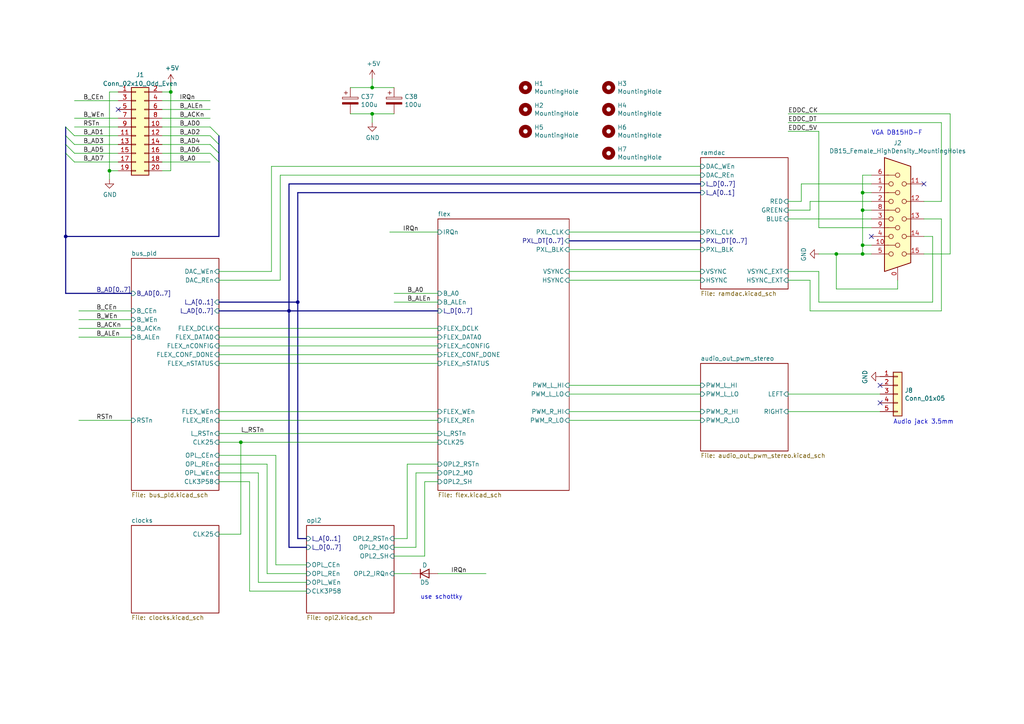
<source format=kicad_sch>
(kicad_sch (version 20211123) (generator eeschema)
  (paper "A4")
  (lib_symbols
    (symbol "Connector:DB15_Female_HighDensity_MountingHoles" (pin_names (offset 1.016) hide)
      (property "Reference" "J" (at 0 21.59 0))
      (property "Value" "DB15_Female_HighDensity_MountingHoles" (at 0 19.05 0))
      (symbol "DB15_Female_HighDensity_MountingHoles_0_1"
        (circle (center -1.905 -10.16) (radius 0.635))
        (circle (center -1.905 -5.08) (radius 0.635))
        (circle (center -1.905 0) (radius 0.635))
        (circle (center -1.905 5.08) (radius 0.635))
        (circle (center -1.905 10.16) (radius 0.635))
        (circle (center 0 -7.62) (radius 0.635))
        (circle (center 0 -2.54) (radius 0.635))
        (polyline (pts (xy -3.175 7.62) (xy -0.635 7.62)))
        (polyline (pts (xy -0.635 -7.62) (xy -3.175 -7.62)))
        (polyline (pts (xy -0.635 -2.54) (xy -3.175 -2.54)))
        (polyline (pts (xy -0.635 2.54) (xy -3.175 2.54)))
        (polyline (pts (xy -0.635 12.7) (xy -3.175 12.7)))
        (polyline (pts (xy -3.81 17.78) (xy -3.81 -15.24) (xy 3.81 -12.7) (xy 3.81 15.24) (xy -3.81 17.78)) (stroke (width 0.254)) (fill (type background)))
        (circle (center 0 2.54) (radius 0.635))
        (circle (center 0 7.62) (radius 0.635))
        (circle (center 0 12.7) (radius 0.635))
        (circle (center 1.905 -10.16) (radius 0.635))
        (circle (center 1.905 -5.08) (radius 0.635))
        (circle (center 1.905 0) (radius 0.635))
        (circle (center 1.905 5.08) (radius 0.635))
        (circle (center 1.905 10.16) (radius 0.635))
      )
      (symbol "DB15_Female_HighDensity_MountingHoles_1_1"
        (pin passive line (at 0 -17.78 90) (length 3.81) (name "~") (number "0"))
        (pin passive line (at -7.62 10.16 0) (length 5.08) (name "~") (number "1"))
        (pin passive line (at -7.62 -7.62 0) (length 5.08) (name "~") (number "10"))
        (pin passive line (at 7.62 10.16 180) (length 5.08) (name "~") (number "11"))
        (pin passive line (at 7.62 5.08 180) (length 5.08) (name "~") (number "12"))
        (pin passive line (at 7.62 0 180) (length 5.08) (name "~") (number "13"))
        (pin passive line (at 7.62 -5.08 180) (length 5.08) (name "~") (number "14"))
        (pin passive line (at 7.62 -10.16 180) (length 5.08) (name "~") (number "15"))
        (pin passive line (at -7.62 5.08 0) (length 5.08) (name "~") (number "2"))
        (pin passive line (at -7.62 0 0) (length 5.08) (name "~") (number "3"))
        (pin passive line (at -7.62 -5.08 0) (length 5.08) (name "~") (number "4"))
        (pin passive line (at -7.62 -10.16 0) (length 5.08) (name "~") (number "5"))
        (pin passive line (at -7.62 12.7 0) (length 5.08) (name "~") (number "6"))
        (pin passive line (at -7.62 7.62 0) (length 5.08) (name "~") (number "7"))
        (pin passive line (at -7.62 2.54 0) (length 5.08) (name "~") (number "8"))
        (pin passive line (at -7.62 -2.54 0) (length 5.08) (name "~") (number "9"))
      )
    )
    (symbol "Connector_Generic:Conn_01x05" (pin_names (offset 1.016) hide)
      (property "Reference" "J" (at 0 7.62 0))
      (property "Value" "Conn_01x05" (at 0 -7.62 0))
      (symbol "Conn_01x05_1_1"
        (rectangle (start -1.27 -4.953) (end 0 -5.207) (stroke (width 0.1524)))
        (rectangle (start -1.27 -2.413) (end 0 -2.667) (stroke (width 0.1524)))
        (rectangle (start -1.27 0.127) (end 0 -0.127) (stroke (width 0.1524)))
        (rectangle (start -1.27 2.667) (end 0 2.413) (stroke (width 0.1524)))
        (rectangle (start -1.27 5.207) (end 0 4.953) (stroke (width 0.1524)))
        (rectangle (start -1.27 6.35) (end 1.27 -6.35) (stroke (width 0.254)) (fill (type background)))
        (pin passive line (at -5.08 5.08 0) (length 3.81) (name "Pin_1") (number "1"))
        (pin passive line (at -5.08 2.54 0) (length 3.81) (name "Pin_2") (number "2"))
        (pin passive line (at -5.08 0 0) (length 3.81) (name "Pin_3") (number "3"))
        (pin passive line (at -5.08 -2.54 0) (length 3.81) (name "Pin_4") (number "4"))
        (pin passive line (at -5.08 -5.08 0) (length 3.81) (name "Pin_5") (number "5"))
      )
    )
    (symbol "Connector_Generic:Conn_02x10_Odd_Even" (pin_names (offset 1.016) hide)
      (property "Reference" "J" (at 1.27 12.7 0))
      (property "Value" "Conn_02x10_Odd_Even" (at 1.27 -15.24 0))
      (symbol "Conn_02x10_Odd_Even_1_1"
        (rectangle (start -1.27 -12.573) (end 0 -12.827) (stroke (width 0.1524)))
        (rectangle (start -1.27 -10.033) (end 0 -10.287) (stroke (width 0.1524)))
        (rectangle (start -1.27 -7.493) (end 0 -7.747) (stroke (width 0.1524)))
        (rectangle (start -1.27 -4.953) (end 0 -5.207) (stroke (width 0.1524)))
        (rectangle (start -1.27 -2.413) (end 0 -2.667) (stroke (width 0.1524)))
        (rectangle (start -1.27 0.127) (end 0 -0.127) (stroke (width 0.1524)))
        (rectangle (start -1.27 2.667) (end 0 2.413) (stroke (width 0.1524)))
        (rectangle (start -1.27 5.207) (end 0 4.953) (stroke (width 0.1524)))
        (rectangle (start -1.27 7.747) (end 0 7.493) (stroke (width 0.1524)))
        (rectangle (start -1.27 10.287) (end 0 10.033) (stroke (width 0.1524)))
        (rectangle (start -1.27 11.43) (end 3.81 -13.97) (stroke (width 0.254)) (fill (type background)))
        (rectangle (start 3.81 -12.573) (end 2.54 -12.827) (stroke (width 0.1524)))
        (rectangle (start 3.81 -10.033) (end 2.54 -10.287) (stroke (width 0.1524)))
        (rectangle (start 3.81 -7.493) (end 2.54 -7.747) (stroke (width 0.1524)))
        (rectangle (start 3.81 -4.953) (end 2.54 -5.207) (stroke (width 0.1524)))
        (rectangle (start 3.81 -2.413) (end 2.54 -2.667) (stroke (width 0.1524)))
        (rectangle (start 3.81 0.127) (end 2.54 -0.127) (stroke (width 0.1524)))
        (rectangle (start 3.81 2.667) (end 2.54 2.413) (stroke (width 0.1524)))
        (rectangle (start 3.81 5.207) (end 2.54 4.953) (stroke (width 0.1524)))
        (rectangle (start 3.81 7.747) (end 2.54 7.493) (stroke (width 0.1524)))
        (rectangle (start 3.81 10.287) (end 2.54 10.033) (stroke (width 0.1524)))
        (pin passive line (at -5.08 10.16 0) (length 3.81) (name "Pin_1") (number "1"))
        (pin passive line (at 7.62 0 180) (length 3.81) (name "Pin_10") (number "10"))
        (pin passive line (at -5.08 -2.54 0) (length 3.81) (name "Pin_11") (number "11"))
        (pin passive line (at 7.62 -2.54 180) (length 3.81) (name "Pin_12") (number "12"))
        (pin passive line (at -5.08 -5.08 0) (length 3.81) (name "Pin_13") (number "13"))
        (pin passive line (at 7.62 -5.08 180) (length 3.81) (name "Pin_14") (number "14"))
        (pin passive line (at -5.08 -7.62 0) (length 3.81) (name "Pin_15") (number "15"))
        (pin passive line (at 7.62 -7.62 180) (length 3.81) (name "Pin_16") (number "16"))
        (pin passive line (at -5.08 -10.16 0) (length 3.81) (name "Pin_17") (number "17"))
        (pin passive line (at 7.62 -10.16 180) (length 3.81) (name "Pin_18") (number "18"))
        (pin passive line (at -5.08 -12.7 0) (length 3.81) (name "Pin_19") (number "19"))
        (pin passive line (at 7.62 10.16 180) (length 3.81) (name "Pin_2") (number "2"))
        (pin passive line (at 7.62 -12.7 180) (length 3.81) (name "Pin_20") (number "20"))
        (pin passive line (at -5.08 7.62 0) (length 3.81) (name "Pin_3") (number "3"))
        (pin passive line (at 7.62 7.62 180) (length 3.81) (name "Pin_4") (number "4"))
        (pin passive line (at -5.08 5.08 0) (length 3.81) (name "Pin_5") (number "5"))
        (pin passive line (at 7.62 5.08 180) (length 3.81) (name "Pin_6") (number "6"))
        (pin passive line (at -5.08 2.54 0) (length 3.81) (name "Pin_7") (number "7"))
        (pin passive line (at 7.62 2.54 180) (length 3.81) (name "Pin_8") (number "8"))
        (pin passive line (at -5.08 0 0) (length 3.81) (name "Pin_9") (number "9"))
      )
    )
    (symbol "Device:CP" (pin_numbers hide) (pin_names (offset 0.254))
      (property "Reference" "C" (at 0.635 2.54 0))
      (property "Value" "Device_CP" (at 0.635 -2.54 0))
      (symbol "CP_0_1"
        (rectangle (start -2.286 0.508) (end 2.286 1.016))
        (polyline (pts (xy -1.778 2.286) (xy -0.762 2.286)))
        (polyline (pts (xy -1.27 2.794) (xy -1.27 1.778)))
        (rectangle (start 2.286 -0.508) (end -2.286 -1.016) (fill (type outline)))
      )
      (symbol "CP_1_1"
        (pin passive line (at 0 3.81 270) (length 2.794) (name "~") (number "1"))
        (pin passive line (at 0 -3.81 90) (length 2.794) (name "~") (number "2"))
      )
    )
    (symbol "Device:D" (pin_numbers hide) (pin_names (offset 1.016) hide)
      (property "Reference" "D" (at 0 2.54 0))
      (property "Value" "D" (at 0 -2.54 0))
      (symbol "D_0_1"
        (polyline (pts (xy -1.27 1.27) (xy -1.27 -1.27)) (stroke (width 0.254)))
        (polyline (pts (xy 1.27 0) (xy -1.27 0)))
        (polyline (pts (xy 1.27 1.27) (xy 1.27 -1.27) (xy -1.27 0) (xy 1.27 1.27)) (stroke (width 0.254)))
      )
      (symbol "D_1_1"
        (pin passive line (at -3.81 0 0) (length 2.54) (name "K") (number "1"))
        (pin passive line (at 3.81 0 180) (length 2.54) (name "A") (number "2"))
      )
    )
    (symbol "Mechanical:MountingHole" (pin_names (offset 1.016))
      (property "Reference" "H" (at 0 5.08 0))
      (property "Value" "MountingHole" (at 0 3.175 0))
      (symbol "MountingHole_0_1"
        (circle (center 0 0) (radius 1.27) (stroke (width 1.27)))
      )
    )
    (symbol "power:+5V" (power) (pin_names (offset 0))
      (property "Value" "+5V" (at 0 3.556 0))
      (symbol "+5V_0_1"
        (polyline (pts (xy -0.762 1.27) (xy 0 2.54)))
        (polyline (pts (xy 0 0) (xy 0 2.54)))
        (polyline (pts (xy 0 2.54) (xy 0.762 1.27)))
      )
      (symbol "+5V_1_1"
        (pin power_in line (at 0 0 90) (length 0) hide (name "+5V") (number "1"))
      )
    )
    (symbol "power:GND" (power) (pin_names (offset 0))
      (property "Value" "GND" (at 0 -3.81 0))
      (symbol "GND_0_1"
        (polyline (pts (xy 0 0) (xy 0 -1.27) (xy 1.27 -1.27) (xy 0 -2.54) (xy -1.27 -1.27) (xy 0 -1.27)))
      )
      (symbol "GND_1_1"
        (pin power_in line (at 0 0 270) (length 0) hide (name "GND") (number "1"))
      )
    )
  )
  (junction (at 86.36 87.63))
  (junction (at 250.19 73.66))
  (junction (at 83.82 90.17))
  (junction (at 49.53 26.67))
  (junction (at 107.95 25.4))
  (junction (at 31.75 49.53))
  (junction (at 250.19 55.88))
  (junction (at 242.57 73.66))
  (junction (at 19.05 68.58))
  (junction (at 69.85 128.27))
  (junction (at 250.19 71.12))
  (junction (at 250.19 60.96))
  (junction (at 107.95 33.02))
  (no_connect (at 267.97 53.34))
  (no_connect (at 255.27 116.84))
  (no_connect (at 34.29 31.75))
  (no_connect (at 255.27 111.76))
  (no_connect (at 252.73 68.58))
  (bus_entry (at 19.05 44.45) (size 2.54 2.54))
  (bus_entry (at 19.05 36.83) (size 2.54 2.54))
  (bus_entry (at 19.05 41.91) (size 2.54 2.54))
  (bus_entry (at 60.96 36.83) (size 2.54 2.54))
  (bus_entry (at 60.96 39.37) (size 2.54 2.54))
  (bus_entry (at 60.96 44.45) (size 2.54 2.54))
  (bus_entry (at 60.96 41.91) (size 2.54 2.54))
  (bus_entry (at 19.05 39.37) (size 2.54 2.54))
  (bus (pts (xy 203.2 55.88) (xy 86.36 55.88)))
  (wire (pts (xy 114.3 87.63) (xy 127 87.63)))
  (wire (pts (xy 88.9 168.91) (xy 74.93 168.91)))
  (wire (pts (xy 46.99 29.21) (xy 60.96 29.21)))
  (wire (pts (xy 114.3 166.37) (xy 119.38 166.37)))
  (wire (pts (xy 113.03 67.31) (xy 127 67.31)))
  (wire (pts (xy 234.95 60.96) (xy 234.95 58.42)))
  (wire (pts (xy 21.59 41.91) (xy 34.29 41.91)))
  (wire (pts (xy 250.19 60.96) (xy 250.19 55.88)))
  (bus (pts (xy 38.1 85.09) (xy 19.05 85.09)))
  (wire (pts (xy 234.95 90.17) (xy 273.05 90.17)))
  (wire (pts (xy 273.05 63.5) (xy 273.05 90.17)))
  (wire (pts (xy 63.5 139.7) (xy 72.39 139.7)))
  (wire (pts (xy 250.19 60.96) (xy 250.19 71.12)))
  (wire (pts (xy 228.6 58.42) (xy 232.41 58.42)))
  (bus (pts (xy 63.5 41.91) (xy 63.5 44.45)))
  (wire (pts (xy 127 119.38) (xy 63.5 119.38)))
  (wire (pts (xy 165.1 78.74) (xy 203.2 78.74)))
  (wire (pts (xy 250.19 60.96) (xy 252.73 60.96)))
  (wire (pts (xy 275.59 33.02) (xy 228.6 33.02)))
  (wire (pts (xy 63.5 100.33) (xy 127 100.33)))
  (wire (pts (xy 270.51 68.58) (xy 270.51 87.63)))
  (bus (pts (xy 19.05 68.58) (xy 19.05 85.09)))
  (wire (pts (xy 63.5 102.87) (xy 127 102.87)))
  (bus (pts (xy 203.2 53.34) (xy 83.82 53.34)))
  (wire (pts (xy 267.97 73.66) (xy 275.59 73.66)))
  (wire (pts (xy 118.11 156.21) (xy 118.11 134.62)))
  (wire (pts (xy 127 166.37) (xy 140.97 166.37)))
  (wire (pts (xy 237.49 78.74) (xy 228.6 78.74)))
  (wire (pts (xy 46.99 46.99) (xy 60.96 46.99)))
  (wire (pts (xy 63.5 97.79) (xy 127 97.79)))
  (wire (pts (xy 107.95 22.86) (xy 107.95 25.4)))
  (bus (pts (xy 19.05 41.91) (xy 19.05 44.45)))
  (wire (pts (xy 120.65 158.75) (xy 120.65 137.16)))
  (wire (pts (xy 228.6 114.3) (xy 255.27 114.3)))
  (wire (pts (xy 77.47 134.62) (xy 63.5 134.62)))
  (wire (pts (xy 260.35 83.82) (xy 260.35 81.28)))
  (wire (pts (xy 22.86 95.25) (xy 38.1 95.25)))
  (wire (pts (xy 46.99 41.91) (xy 60.96 41.91)))
  (wire (pts (xy 69.85 128.27) (xy 63.5 128.27)))
  (wire (pts (xy 270.51 87.63) (xy 237.49 87.63)))
  (wire (pts (xy 22.86 121.92) (xy 38.1 121.92)))
  (wire (pts (xy 46.99 39.37) (xy 60.96 39.37)))
  (bus (pts (xy 83.82 53.34) (xy 83.82 90.17)))
  (bus (pts (xy 63.5 90.17) (xy 83.82 90.17)))
  (bus (pts (xy 86.36 87.63) (xy 86.36 156.21)))
  (wire (pts (xy 101.6 33.02) (xy 107.95 33.02)))
  (wire (pts (xy 250.19 73.66) (xy 250.19 71.12)))
  (wire (pts (xy 74.93 137.16) (xy 63.5 137.16)))
  (bus (pts (xy 19.05 44.45) (xy 19.05 68.58)))
  (wire (pts (xy 22.86 90.17) (xy 38.1 90.17)))
  (bus (pts (xy 63.5 46.99) (xy 63.5 68.58)))
  (wire (pts (xy 107.95 25.4) (xy 114.3 25.4)))
  (wire (pts (xy 21.59 39.37) (xy 34.29 39.37)))
  (wire (pts (xy 46.99 49.53) (xy 49.53 49.53)))
  (wire (pts (xy 46.99 36.83) (xy 60.96 36.83)))
  (wire (pts (xy 88.9 166.37) (xy 77.47 166.37)))
  (wire (pts (xy 21.59 36.83) (xy 34.29 36.83)))
  (wire (pts (xy 31.75 49.53) (xy 31.75 52.07)))
  (bus (pts (xy 86.36 87.63) (xy 86.36 55.88)))
  (wire (pts (xy 107.95 33.02) (xy 114.3 33.02)))
  (wire (pts (xy 123.19 139.7) (xy 127 139.7)))
  (wire (pts (xy 203.2 48.26) (xy 78.74 48.26)))
  (wire (pts (xy 22.86 97.79) (xy 38.1 97.79)))
  (wire (pts (xy 120.65 137.16) (xy 127 137.16)))
  (bus (pts (xy 63.5 44.45) (xy 63.5 46.99)))
  (wire (pts (xy 77.47 166.37) (xy 77.47 134.62)))
  (wire (pts (xy 60.96 31.75) (xy 46.99 31.75)))
  (wire (pts (xy 46.99 26.67) (xy 49.53 26.67)))
  (wire (pts (xy 165.1 72.39) (xy 203.2 72.39)))
  (wire (pts (xy 250.19 55.88) (xy 252.73 55.88)))
  (wire (pts (xy 114.3 161.29) (xy 123.19 161.29)))
  (wire (pts (xy 273.05 63.5) (xy 267.97 63.5)))
  (bus (pts (xy 19.05 39.37) (xy 19.05 41.91)))
  (wire (pts (xy 228.6 63.5) (xy 252.73 63.5)))
  (wire (pts (xy 69.85 154.94) (xy 69.85 128.27)))
  (wire (pts (xy 275.59 73.66) (xy 275.59 33.02)))
  (wire (pts (xy 273.05 35.56) (xy 273.05 58.42)))
  (wire (pts (xy 123.19 161.29) (xy 123.19 139.7)))
  (wire (pts (xy 242.57 73.66) (xy 242.57 83.82)))
  (wire (pts (xy 46.99 44.45) (xy 60.96 44.45)))
  (wire (pts (xy 250.19 55.88) (xy 250.19 50.8)))
  (wire (pts (xy 165.1 111.76) (xy 203.2 111.76)))
  (wire (pts (xy 232.41 53.34) (xy 252.73 53.34)))
  (wire (pts (xy 72.39 139.7) (xy 72.39 171.45)))
  (bus (pts (xy 19.05 36.83) (xy 19.05 39.37)))
  (wire (pts (xy 81.28 50.8) (xy 81.28 81.28)))
  (wire (pts (xy 80.01 163.83) (xy 80.01 132.08)))
  (wire (pts (xy 21.59 44.45) (xy 34.29 44.45)))
  (wire (pts (xy 114.3 158.75) (xy 120.65 158.75)))
  (wire (pts (xy 78.74 78.74) (xy 63.5 78.74)))
  (wire (pts (xy 232.41 58.42) (xy 232.41 53.34)))
  (bus (pts (xy 63.5 39.37) (xy 63.5 41.91)))
  (wire (pts (xy 107.95 35.56) (xy 107.95 33.02)))
  (bus (pts (xy 63.5 87.63) (xy 86.36 87.63)))
  (bus (pts (xy 83.82 90.17) (xy 83.82 158.75)))
  (wire (pts (xy 237.49 73.66) (xy 242.57 73.66)))
  (wire (pts (xy 250.19 71.12) (xy 252.73 71.12)))
  (wire (pts (xy 242.57 73.66) (xy 250.19 73.66)))
  (wire (pts (xy 49.53 49.53) (xy 49.53 26.67)))
  (wire (pts (xy 203.2 50.8) (xy 81.28 50.8)))
  (wire (pts (xy 31.75 49.53) (xy 34.29 49.53)))
  (wire (pts (xy 250.19 50.8) (xy 252.73 50.8)))
  (bus (pts (xy 165.1 69.85) (xy 203.2 69.85)))
  (wire (pts (xy 114.3 156.21) (xy 118.11 156.21)))
  (bus (pts (xy 19.05 68.58) (xy 63.5 68.58)))
  (wire (pts (xy 31.75 26.67) (xy 34.29 26.67)))
  (bus (pts (xy 86.36 156.21) (xy 88.9 156.21)))
  (wire (pts (xy 228.6 119.38) (xy 255.27 119.38)))
  (wire (pts (xy 114.3 85.09) (xy 127 85.09)))
  (wire (pts (xy 127 125.73) (xy 63.5 125.73)))
  (wire (pts (xy 69.85 128.27) (xy 127 128.27)))
  (wire (pts (xy 21.59 34.29) (xy 34.29 34.29)))
  (wire (pts (xy 252.73 66.04) (xy 237.49 66.04)))
  (wire (pts (xy 237.49 38.1) (xy 228.6 38.1)))
  (wire (pts (xy 234.95 58.42) (xy 252.73 58.42)))
  (wire (pts (xy 49.53 26.67) (xy 49.53 24.13)))
  (wire (pts (xy 63.5 95.25) (xy 127 95.25)))
  (wire (pts (xy 63.5 154.94) (xy 69.85 154.94)))
  (wire (pts (xy 74.93 168.91) (xy 74.93 137.16)))
  (wire (pts (xy 78.74 48.26) (xy 78.74 78.74)))
  (wire (pts (xy 63.5 105.41) (xy 127 105.41)))
  (wire (pts (xy 203.2 114.3) (xy 165.1 114.3)))
  (wire (pts (xy 88.9 163.83) (xy 80.01 163.83)))
  (wire (pts (xy 165.1 81.28) (xy 203.2 81.28)))
  (wire (pts (xy 80.01 132.08) (xy 63.5 132.08)))
  (wire (pts (xy 228.6 60.96) (xy 234.95 60.96)))
  (wire (pts (xy 31.75 49.53) (xy 31.75 26.67)))
  (wire (pts (xy 250.19 73.66) (xy 252.73 73.66)))
  (wire (pts (xy 203.2 121.92) (xy 165.1 121.92)))
  (wire (pts (xy 101.6 25.4) (xy 107.95 25.4)))
  (wire (pts (xy 60.96 34.29) (xy 46.99 34.29)))
  (wire (pts (xy 72.39 171.45) (xy 88.9 171.45)))
  (wire (pts (xy 21.59 29.21) (xy 34.29 29.21)))
  (wire (pts (xy 165.1 119.38) (xy 203.2 119.38)))
  (wire (pts (xy 165.1 67.31) (xy 203.2 67.31)))
  (wire (pts (xy 270.51 68.58) (xy 267.97 68.58)))
  (wire (pts (xy 237.49 87.63) (xy 237.49 78.74)))
  (wire (pts (xy 63.5 121.92) (xy 127 121.92)))
  (wire (pts (xy 234.95 81.28) (xy 234.95 90.17)))
  (wire (pts (xy 228.6 81.28) (xy 234.95 81.28)))
  (wire (pts (xy 242.57 83.82) (xy 260.35 83.82)))
  (wire (pts (xy 21.59 46.99) (xy 34.29 46.99)))
  (wire (pts (xy 118.11 134.62) (xy 127 134.62)))
  (wire (pts (xy 22.86 92.71) (xy 38.1 92.71)))
  (wire (pts (xy 273.05 58.42) (xy 267.97 58.42)))
  (wire (pts (xy 228.6 35.56) (xy 273.05 35.56)))
  (bus (pts (xy 83.82 90.17) (xy 127 90.17)))
  (wire (pts (xy 237.49 66.04) (xy 237.49 38.1)))
  (wire (pts (xy 81.28 81.28) (xy 63.5 81.28)))
  (bus (pts (xy 88.9 158.75) (xy 83.82 158.75)))
  (text "Audio jack 3.5mm" (at 259.08 123.19 0) (effects (font (size 1.27 1.27)) (justify left bottom)))
  (text "use schottky" (at 121.92 173.99 0) (effects (font (size 1.27 1.27)) (justify left bottom)))
  (text "VGA DB15HD-F" (at 252.73 39.37 0) (effects (font (size 1.27 1.27)) (justify left bottom)))
  (label "L_RSTn" (at 69.85 125.73 0))
  (label "IRQn" (at 52.07 29.21 0))
  (label "IRQn" (at 116.84 67.31 0))
  (label "EDDC_5V" (at 228.6 38.1 0))
  (label "B_AD5" (at 24.13 44.45 0))
  (label "B_WEn" (at 27.94 92.71 0))
  (label "EDDC_DT" (at 228.6 35.56 0))
  (label "B_ACKn" (at 52.07 34.29 0))
  (label "B_AD[0..7]" (at 27.94 85.09 0))
  (label "RSTn" (at 27.94 121.92 0))
  (label "B_ALEn" (at 118.11 87.63 0))
  (label "B_CEn" (at 27.94 90.17 0))
  (label "IRQn" (at 130.81 166.37 0))
  (label "B_ACKn" (at 27.94 95.25 0))
  (label "B_ALEn" (at 52.07 31.75 0))
  (label "B_AD7" (at 24.13 46.99 0))
  (label "EDDC_CK" (at 228.6 33.02 0))
  (label "B_CEn" (at 24.13 29.21 0))
  (label "RSTn" (at 24.13 36.83 0))
  (label "B_AD0" (at 52.07 36.83 0))
  (label "B_AD4" (at 52.07 41.91 0))
  (label "B_AD1" (at 24.13 39.37 0))
  (label "B_A0" (at 118.11 85.09 0))
  (label "B_AD2" (at 52.07 39.37 0))
  (label "B_WEn" (at 24.13 34.29 0))
  (label "B_A0" (at 52.07 46.99 0))
  (label "B_AD3" (at 24.13 41.91 0))
  (label "B_ALEn" (at 27.94 97.79 0))
  (label "B_AD6" (at 52.07 44.45 0))
  (symbol (lib_id "power:GND") (at 31.75 52.07 0) (unit 1)
    (property "Reference" "#PWR0101" (effects hide))
    (property "Value" "GND" (at 31.877 56.4642 0))
  )
  (symbol (lib_id "power:+5V") (at 49.53 24.13 0) (unit 1)
    (property "Reference" "#PWR0102" (effects hide))
    (property "Value" "+5V" (at 49.911 19.7358 0))
  )
  (symbol (lib_id "Device:CP") (at 101.6 29.21 0) (unit 1)
    (property "Reference" "C37" (at 104.5972 28.0416 0) (effects (justify left)))
    (property "Value" "100u" (at 104.5972 30.353 0) (effects (justify left)))
    (property "Footprint" "Capacitor_THT:CP_Radial_D5.0mm_P2.00mm" (effects hide))
  )
  (symbol (lib_id "Device:CP") (at 114.3 29.21 0) (unit 1)
    (property "Reference" "C38" (at 117.2972 28.0416 0) (effects (justify left)))
    (property "Value" "100u" (at 117.2972 30.353 0) (effects (justify left)))
    (property "Footprint" "Capacitor_THT:CP_Radial_D5.0mm_P2.00mm" (effects hide))
  )
  (symbol (lib_id "power:GND") (at 107.95 35.56 0) (unit 1)
    (property "Reference" "#PWR0126" (effects hide))
    (property "Value" "GND" (at 108.077 39.9542 0))
  )
  (symbol (lib_id "power:+5V") (at 107.95 22.86 0) (unit 1)
    (property "Reference" "#PWR0128" (effects hide))
    (property "Value" "+5V" (at 108.331 18.4658 0))
  )
  (symbol (lib_id "Connector_Generic:Conn_01x05") (at 260.35 114.3 0) (unit 1)
    (property "Reference" "J8" (at 262.382 113.2332 0) (effects (justify left)))
    (property "Value" "Conn_01x05" (at 262.382 115.5446 0) (effects (justify left)))
    (property "Footprint" "jack:ASJ-5-X_3.5mm_Jack" (effects hide))
  )
  (symbol (lib_id "Connector:DB15_Female_HighDensity_MountingHoles") (at 260.35 63.5 0) (unit 1)
    (property "Reference" "J2" (at 260.35 41.4782 0))
    (property "Value" "DB15_Female_HighDensity_MountingHoles" (at 260.35 43.7896 0))
    (property "Footprint" "Connector_Dsub:DSUB-15-HD_Female_Horizontal_P2.29x1.98mm_EdgePinOffset3.03mm_Housed_MountingHolesOffset4.94mm" (effects hide))
    (property "Datasheet" " ~" (effects hide))
  )
  (symbol (lib_id "Mechanical:MountingHole") (at 152.4 25.4 0) (unit 1)
    (property "Reference" "H1" (at 154.94 24.2316 0) (effects (justify left)))
    (property "Value" "MountingHole" (at 154.94 26.543 0) (effects (justify left)))
    (property "Footprint" "MountingHole:MountingHole_2.7mm_M2.5_DIN965_Pad" (effects hide))
  )
  (symbol (lib_id "power:GND") (at 237.49 73.66 270) (unit 1)
    (property "Reference" "#PWR0103" (effects hide))
    (property "Value" "GND" (at 233.0958 73.787 0))
  )
  (symbol (lib_id "power:GND") (at 255.27 109.22 270) (unit 1)
    (property "Reference" "#PWR0130" (effects hide))
    (property "Value" "GND" (at 250.8758 109.347 0))
  )
  (symbol (lib_id "Mechanical:MountingHole") (at 152.4 31.75 0) (unit 1)
    (property "Reference" "H2" (at 154.94 30.5816 0) (effects (justify left)))
    (property "Value" "MountingHole" (at 154.94 32.893 0) (effects (justify left)))
    (property "Footprint" "MountingHole:MountingHole_2.7mm_M2.5_DIN965_Pad" (effects hide))
  )
  (symbol (lib_id "Mechanical:MountingHole") (at 176.53 25.4 0) (unit 1)
    (property "Reference" "H3" (at 179.07 24.2316 0) (effects (justify left)))
    (property "Value" "MountingHole" (at 179.07 26.543 0) (effects (justify left)))
    (property "Footprint" "MountingHole:MountingHole_2.7mm_M2.5_DIN965_Pad" (effects hide))
  )
  (symbol (lib_id "Mechanical:MountingHole") (at 176.53 31.75 0) (unit 1)
    (property "Reference" "H4" (at 179.07 30.5816 0) (effects (justify left)))
    (property "Value" "MountingHole" (at 179.07 32.893 0) (effects (justify left)))
    (property "Footprint" "MountingHole:MountingHole_2.7mm_M2.5_DIN965_Pad" (effects hide))
  )
  (symbol (lib_id "Mechanical:MountingHole") (at 176.53 38.1 0) (unit 1)
    (property "Reference" "H6" (at 179.07 36.9316 0) (effects (justify left)))
    (property "Value" "MountingHole" (at 179.07 39.243 0) (effects (justify left)))
    (property "Footprint" "MountingHole:MountingHole_2.7mm_M2.5_DIN965_Pad" (effects hide))
  )
  (symbol (lib_id "Mechanical:MountingHole") (at 176.53 44.45 0) (unit 1)
    (property "Reference" "H7" (at 179.07 43.2816 0) (effects (justify left)))
    (property "Value" "MountingHole" (at 179.07 45.593 0) (effects (justify left)))
    (property "Footprint" "MountingHole:MountingHole_2.7mm_M2.5_DIN965_Pad" (effects hide))
  )
  (symbol (lib_id "Mechanical:MountingHole") (at 152.4 38.1 0) (unit 1)
    (property "Reference" "H5" (at 154.94 36.9316 0) (effects (justify left)))
    (property "Value" "MountingHole" (at 154.94 39.243 0) (effects (justify left)))
    (property "Footprint" "MountingHole:MountingHole_2.7mm_M2.5_DIN965_Pad" (effects hide))
  )
  (symbol (lib_id "Connector_Generic:Conn_02x10_Odd_Even") (at 39.37 36.83 0) (unit 1)
    (property "Reference" "J1" (at 40.64 21.7002 0))
    (property "Value" "Conn_02x10_Odd_Even" (at 40.64 24.2371 0))
    (property "Footprint" "Connector_PinHeader_2.54mm:PinHeader_2x10_P2.54mm_Vertical" (effects hide))
  )
  (symbol (lib_id "Device:D") (at 123.19 166.37 0) (unit 1)
    (property "Reference" "D5" (at 123.19 168.91 0))
    (property "Value" "D" (at 123.19 163.9371 0))
    (property "Footprint" "Diode_THT:D_DO-34_SOD68_P7.62mm_Horizontal" (effects hide))
  )
  (sheet (at 38.1 152.4) (size 25.4 25.4)
    (property "Sheet name" "clocks" (at 38.1 151.6884 0) (effects (justify left bottom)))
    (property "Sheet file" "clocks.kicad_sch" (at 38.1 178.3846 0) (effects (justify left top)))
    (pin "CLK25" input (at 63.5 154.94 0))
  )
  (sheet (at 127 63.5) (size 38.1 78.74)
    (property "Sheet name" "flex" (at 127 62.7884 0) (effects (justify left bottom)))
    (property "Sheet file" "flex.kicad_sch" (at 127 142.8246 0) (effects (justify left top)))
    (pin "FLEX_DATA0" input (at 127 97.79 180))
    (pin "FLEX_DCLK" input (at 127 95.25 180))
    (pin "FLEX_nCONFIG" input (at 127 100.33 180))
    (pin "FLEX_nSTATUS" input (at 127 105.41 180))
    (pin "FLEX_CONF_DONE" input (at 127 102.87 180))
    (pin "CLK25" input (at 127 128.27 180))
    (pin "FLEX_WEn" input (at 127 119.38 180))
    (pin "FLEX_REn" input (at 127 121.92 180))
    (pin "IRQn" input (at 127 67.31 180))
    (pin "PXL_CLK" input (at 165.1 67.31 0))
    (pin "PXL_BLK" input (at 165.1 72.39 0))
    (pin "VSYNC" input (at 165.1 78.74 0))
    (pin "HSYNC" input (at 165.1 81.28 0))
    (pin "OPL2_MO" input (at 127 137.16 180))
    (pin "OPL2_SH" input (at 127 139.7 180))
    (pin "L_D[0..7]" input (at 127 90.17 180))
    (pin "PXL_DT[0..7]" input (at 165.1 69.85 0))
    (pin "L_RSTn" input (at 127 125.73 180))
    (pin "OPL2_RSTn" input (at 127 134.62 180))
    (pin "B_ALEn" input (at 127 87.63 180))
    (pin "B_A0" input (at 127 85.09 180))
    (pin "PWM_R_LO" input (at 165.1 121.92 0))
    (pin "PWM_L_LO" input (at 165.1 114.3 0))
    (pin "PWM_L_HI" input (at 165.1 111.76 0))
    (pin "PWM_R_HI" input (at 165.1 119.38 0))
  )
  (sheet (at 88.9 152.4) (size 25.4 25.4)
    (property "Sheet name" "opl2" (at 88.9 151.6884 0) (effects (justify left bottom)))
    (property "Sheet file" "opl2.kicad_sch" (at 88.9 178.3846 0) (effects (justify left top)))
    (pin "OPL2_MO" input (at 114.3 158.75 0))
    (pin "OPL2_SH" input (at 114.3 161.29 0))
    (pin "L_D[0..7]" input (at 88.9 158.75 180))
    (pin "CLK3P58" input (at 88.9 171.45 180))
    (pin "L_A[0..1]" input (at 88.9 156.21 180))
    (pin "OPL_CEn" input (at 88.9 163.83 180))
    (pin "OPL_WEn" input (at 88.9 168.91 180))
    (pin "OPL_REn" input (at 88.9 166.37 180))
    (pin "OPL2_RSTn" input (at 114.3 156.21 0))
    (pin "OPL2_IRQn" input (at 114.3 166.37 0))
  )
  (sheet (at 203.2 45.72) (size 25.4 38.1)
    (property "Sheet name" "ramdac" (at 203.2 45.0084 0) (effects (justify left bottom)))
    (property "Sheet file" "ramdac.kicad_sch" (at 203.2 84.4046 0) (effects (justify left top)))
    (pin "RED" input (at 228.6 58.42 0))
    (pin "GREEN" input (at 228.6 60.96 0))
    (pin "BLUE" input (at 228.6 63.5 0))
    (pin "DAC_REn" input (at 203.2 50.8 180))
    (pin "DAC_WEn" input (at 203.2 48.26 180))
    (pin "PXL_CLK" input (at 203.2 67.31 180))
    (pin "PXL_BLK" input (at 203.2 72.39 180))
    (pin "L_D[0..7]" input (at 203.2 53.34 180))
    (pin "PXL_DT[0..7]" input (at 203.2 69.85 180))
    (pin "L_A[0..1]" input (at 203.2 55.88 180))
    (pin "VSYNC" input (at 203.2 78.74 180))
    (pin "HSYNC" input (at 203.2 81.28 180))
    (pin "VSYNC_EXT" input (at 228.6 78.74 0))
    (pin "HSYNC_EXT" input (at 228.6 81.28 0))
  )
  (sheet (at 38.1 74.93) (size 25.4 67.31)
    (property "Sheet name" "bus_pld" (at 38.1 74.2184 0) (effects (justify left bottom)))
    (property "Sheet file" "bus_pld.kicad_sch" (at 38.1 142.8246 0) (effects (justify left top)))
    (pin "OPL_REn" input (at 63.5 134.62 0))
    (pin "OPL_WEn" input (at 63.5 137.16 0))
    (pin "FLEX_REn" input (at 63.5 121.92 0))
    (pin "FLEX_WEn" input (at 63.5 119.38 0))
    (pin "B_CEn" input (at 38.1 90.17 180))
    (pin "B_WEn" input (at 38.1 92.71 180))
    (pin "DAC_REn" input (at 63.5 81.28 0))
    (pin "DAC_WEn" input (at 63.5 78.74 0))
    (pin "L_A[0..1]" input (at 63.5 87.63 0))
    (pin "FLEX_DCLK" input (at 63.5 95.25 0))
    (pin "FLEX_DATA0" input (at 63.5 97.79 0))
    (pin "FLEX_nCONFIG" input (at 63.5 100.33 0))
    (pin "L_RSTn" input (at 63.5 125.73 0))
    (pin "FLEX_CONF_DONE" input (at 63.5 102.87 0))
    (pin "FLEX_nSTATUS" input (at 63.5 105.41 0))
    (pin "B_ACKn" input (at 38.1 95.25 180))
    (pin "CLK3P58" input (at 63.5 139.7 0))
    (pin "CLK25" input (at 63.5 128.27 0))
    (pin "RSTn" input (at 38.1 121.92 180))
    (pin "OPL_CEn" input (at 63.5 132.08 0))
    (pin "B_AD[0..7]" input (at 38.1 85.09 180))
    (pin "L_AD[0..7]" input (at 63.5 90.17 0))
    (pin "B_ALEn" input (at 38.1 97.79 180))
  )
  (sheet (at 203.2 105.41) (size 25.4 25.4) (stroke (width 0.1524))
    (property "Sheet name" "audio_out_pwm_stereo" (at 203.2 104.6984 0) (effects (justify left bottom)))
    (property "Sheet file" "audio_out_pwm_stereo.kicad_sch" (at 203.2 131.3946 0) (effects (justify left top)))
    (pin "LEFT" input (at 228.6 114.3 0))
    (pin "PWM_R_HI" input (at 203.2 119.38 180))
    (pin "PWM_R_LO" input (at 203.2 121.92 180))
    (pin "PWM_L_HI" input (at 203.2 111.76 180))
    (pin "PWM_L_LO" input (at 203.2 114.3 180))
    (pin "RIGHT" input (at 228.6 119.38 0))
  )
)
</source>
